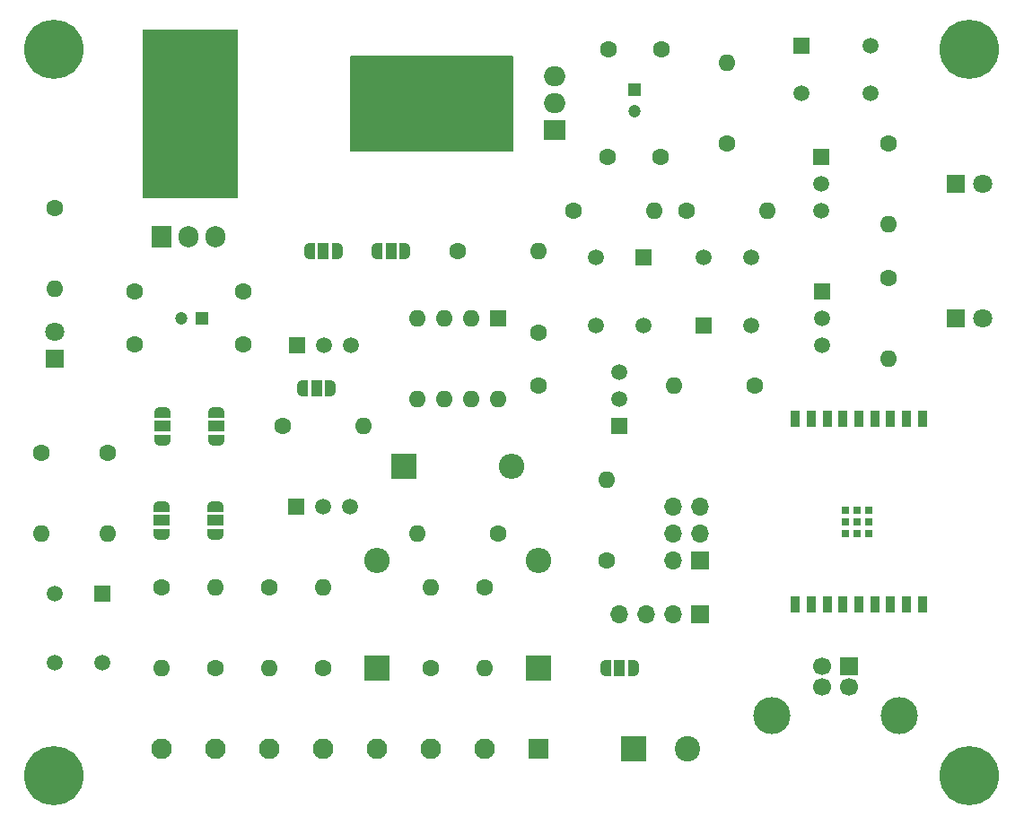
<source format=gts>
G04 #@! TF.GenerationSoftware,KiCad,Pcbnew,7.0.1*
G04 #@! TF.CreationDate,2023-06-18T22:29:12+02:00*
G04 #@! TF.ProjectId,morsinator-3000,6d6f7273-696e-4617-946f-722d33303030,rev?*
G04 #@! TF.SameCoordinates,Original*
G04 #@! TF.FileFunction,Soldermask,Top*
G04 #@! TF.FilePolarity,Negative*
%FSLAX46Y46*%
G04 Gerber Fmt 4.6, Leading zero omitted, Abs format (unit mm)*
G04 Created by KiCad (PCBNEW 7.0.1) date 2023-06-18 22:29:12*
%MOMM*%
%LPD*%
G01*
G04 APERTURE LIST*
G04 Aperture macros list*
%AMFreePoly0*
4,1,19,0.550000,-0.750000,0.000000,-0.750000,0.000000,-0.744911,-0.071157,-0.744911,-0.207708,-0.704816,-0.327430,-0.627875,-0.420627,-0.520320,-0.479746,-0.390866,-0.500000,-0.250000,-0.500000,0.250000,-0.479746,0.390866,-0.420627,0.520320,-0.327430,0.627875,-0.207708,0.704816,-0.071157,0.744911,0.000000,0.744911,0.000000,0.750000,0.550000,0.750000,0.550000,-0.750000,0.550000,-0.750000,
$1*%
%AMFreePoly1*
4,1,19,0.000000,0.744911,0.071157,0.744911,0.207708,0.704816,0.327430,0.627875,0.420627,0.520320,0.479746,0.390866,0.500000,0.250000,0.500000,-0.250000,0.479746,-0.390866,0.420627,-0.520320,0.327430,-0.627875,0.207708,-0.704816,0.071157,-0.744911,0.000000,-0.744911,0.000000,-0.750000,-0.550000,-0.750000,-0.550000,0.750000,0.000000,0.750000,0.000000,0.744911,0.000000,0.744911,
$1*%
G04 Aperture macros list end*
%ADD10C,0.100000*%
%ADD11C,0.152400*%
%ADD12R,1.500000X1.500000*%
%ADD13C,1.500000*%
%ADD14C,5.000000*%
%ADD15R,1.905000X2.000000*%
%ADD16O,1.905000X2.000000*%
%ADD17O,2.000000X1.905000*%
%ADD18R,2.000000X1.905000*%
%ADD19R,2.400000X2.400000*%
%ADD20C,2.400000*%
%ADD21FreePoly0,270.000000*%
%ADD22R,1.500000X1.000000*%
%ADD23FreePoly1,270.000000*%
%ADD24O,2.400000X2.400000*%
%ADD25C,3.600000*%
%ADD26C,5.600000*%
%ADD27C,1.600000*%
%ADD28O,1.600000X1.600000*%
%ADD29R,1.800000X1.800000*%
%ADD30C,1.800000*%
%ADD31FreePoly0,180.000000*%
%ADD32R,1.000000X1.500000*%
%ADD33FreePoly1,180.000000*%
%ADD34R,0.900000X1.500000*%
%ADD35R,0.700000X0.700000*%
%ADD36R,1.700000X1.700000*%
%ADD37C,1.700000*%
%ADD38C,3.500000*%
%ADD39R,1.200000X1.200000*%
%ADD40C,1.200000*%
%ADD41R,1.950000X1.950000*%
%ADD42C,1.950000*%
%ADD43FreePoly0,0.000000*%
%ADD44FreePoly1,0.000000*%
%ADD45O,1.700000X1.700000*%
%ADD46R,1.600000X1.600000*%
G04 APERTURE END LIST*
D10*
X107315000Y-20955000D02*
X116205000Y-20955000D01*
X116205000Y-36830000D01*
X107315000Y-36830000D01*
X107315000Y-20955000D01*
G36*
X107315000Y-20955000D02*
G01*
X116205000Y-20955000D01*
X116205000Y-36830000D01*
X107315000Y-36830000D01*
X107315000Y-20955000D01*
G37*
D11*
X127000000Y-23495000D02*
X142240000Y-23495000D01*
X142240000Y-32385000D01*
X127000000Y-32385000D01*
X127000000Y-23495000D01*
G36*
X127000000Y-23495000D02*
G01*
X142240000Y-23495000D01*
X142240000Y-32385000D01*
X127000000Y-32385000D01*
X127000000Y-23495000D01*
G37*
D12*
G04 #@! TO.C,Q5*
X171450000Y-45720000D03*
D13*
X171450000Y-48260000D03*
X171450000Y-50800000D03*
G04 #@! TD*
D14*
G04 #@! TO.C,U1*
X111680000Y-23880000D03*
D15*
X109140000Y-40540000D03*
D16*
X111680000Y-40540000D03*
X114220000Y-40540000D03*
G04 #@! TD*
D17*
G04 #@! TO.C,U4*
X146177000Y-25400000D03*
X146177000Y-27940000D03*
D18*
X146177000Y-30480000D03*
D14*
X129517000Y-27940000D03*
G04 #@! TD*
D12*
G04 #@! TO.C,Q1*
X121793000Y-66040000D03*
D13*
X124333000Y-66040000D03*
X126873000Y-66040000D03*
G04 #@! TD*
D19*
G04 #@! TO.C,J5*
X153670000Y-88900000D03*
D20*
X158750000Y-88900000D03*
G04 #@! TD*
D21*
G04 #@! TO.C,JP4*
X109220000Y-57120000D03*
D22*
X109220000Y-58420000D03*
D23*
X109220000Y-59720000D03*
G04 #@! TD*
D19*
G04 #@! TO.C,D5*
X129460000Y-81260000D03*
D24*
X129460000Y-71100000D03*
G04 #@! TD*
D25*
G04 #@! TO.C,H1*
X99000000Y-91420000D03*
D26*
X99000000Y-91420000D03*
G04 #@! TD*
D27*
G04 #@! TO.C,R16*
X109140000Y-73640000D03*
D28*
X109140000Y-81260000D03*
G04 #@! TD*
D29*
G04 #@! TO.C,D1*
X99060000Y-52070000D03*
D30*
X99060000Y-49530000D03*
G04 #@! TD*
D31*
G04 #@! TO.C,JP3*
X153620000Y-81260000D03*
D32*
X152320000Y-81260000D03*
D33*
X151020000Y-81260000D03*
G04 #@! TD*
D27*
G04 #@! TO.C,R7*
X151130000Y-71120000D03*
D28*
X151130000Y-63500000D03*
G04 #@! TD*
D27*
G04 #@! TO.C,C6*
X151300000Y-22840000D03*
X156300000Y-22840000D03*
G04 #@! TD*
D31*
G04 #@! TO.C,JP8*
X125028000Y-54864000D03*
D32*
X123728000Y-54864000D03*
D33*
X122428000Y-54864000D03*
G04 #@! TD*
D27*
G04 #@! TO.C,R8*
X177720000Y-31730000D03*
D28*
X177720000Y-39350000D03*
G04 #@! TD*
D27*
G04 #@! TO.C,R9*
X124380000Y-81260000D03*
D28*
X124380000Y-73640000D03*
G04 #@! TD*
D34*
G04 #@! TO.C,U2*
X180910000Y-57750000D03*
X179410000Y-57750000D03*
X177910000Y-57750000D03*
X176410000Y-57750000D03*
X174910000Y-57750000D03*
X173410000Y-57750000D03*
X171910000Y-57750000D03*
X170410000Y-57750000D03*
X168910000Y-57750000D03*
X168910000Y-75250000D03*
X170410000Y-75250000D03*
X171910000Y-75250000D03*
X173410000Y-75250000D03*
X174910000Y-75250000D03*
X176410000Y-75250000D03*
X177910000Y-75250000D03*
X179410000Y-75250000D03*
X180910000Y-75250000D03*
D35*
X174710000Y-67460000D03*
X174710000Y-68560000D03*
X175810000Y-68560000D03*
X175810000Y-67460000D03*
X175810000Y-66360000D03*
X174710000Y-66360000D03*
X173610000Y-66360000D03*
X173610000Y-67460000D03*
X173610000Y-68560000D03*
G04 #@! TD*
D27*
G04 #@! TO.C,R5*
X147955000Y-38080000D03*
D28*
X155575000Y-38080000D03*
G04 #@! TD*
D12*
G04 #@! TO.C,Q4*
X171390000Y-33000000D03*
D13*
X171390000Y-35540000D03*
X171390000Y-38080000D03*
G04 #@! TD*
D36*
G04 #@! TO.C,J4*
X173970000Y-81052500D03*
D37*
X171470000Y-81052500D03*
X171470000Y-83052500D03*
X173970000Y-83052500D03*
D38*
X178740000Y-85762500D03*
X166700000Y-85762500D03*
G04 #@! TD*
D27*
G04 #@! TO.C,C2*
X116840000Y-45720000D03*
X116840000Y-50720000D03*
G04 #@! TD*
G04 #@! TO.C,R14*
X134540000Y-81260000D03*
D28*
X134540000Y-73640000D03*
G04 #@! TD*
D27*
G04 #@! TO.C,R11*
X97790000Y-60960000D03*
D28*
X97790000Y-68580000D03*
G04 #@! TD*
D39*
G04 #@! TO.C,C3*
X112950000Y-48240000D03*
D40*
X110950000Y-48240000D03*
G04 #@! TD*
D27*
G04 #@! TO.C,R12*
X139620000Y-73640000D03*
D28*
X139620000Y-81260000D03*
G04 #@! TD*
D27*
G04 #@! TO.C,C1*
X106600000Y-45700000D03*
X106600000Y-50700000D03*
G04 #@! TD*
G04 #@! TO.C,R3*
X162500000Y-31730000D03*
D28*
X162500000Y-24110000D03*
G04 #@! TD*
D19*
G04 #@! TO.C,D4*
X132000000Y-62230000D03*
D24*
X142160000Y-62230000D03*
G04 #@! TD*
D27*
G04 #@! TO.C,R13*
X140890000Y-68580000D03*
D28*
X133270000Y-68580000D03*
G04 #@! TD*
D39*
G04 #@! TO.C,C5*
X153760000Y-26650000D03*
D40*
X153760000Y-28650000D03*
G04 #@! TD*
D27*
G04 #@! TO.C,C4*
X151170000Y-33020000D03*
X156170000Y-33020000D03*
G04 #@! TD*
D25*
G04 #@! TO.C,H3*
X185360000Y-22840000D03*
D26*
X185360000Y-22840000D03*
G04 #@! TD*
D12*
G04 #@! TO.C,S2*
X169470000Y-22515000D03*
D13*
X175970000Y-22515000D03*
X169470000Y-27015000D03*
X175970000Y-27015000D03*
G04 #@! TD*
D19*
G04 #@! TO.C,D3*
X144700000Y-81260000D03*
D24*
X144700000Y-71100000D03*
G04 #@! TD*
D12*
G04 #@! TO.C,S1*
X160250000Y-48950000D03*
D13*
X160250000Y-42450000D03*
X164750000Y-48950000D03*
X164750000Y-42450000D03*
G04 #@! TD*
D27*
G04 #@! TO.C,R2*
X99060000Y-37846000D03*
D28*
X99060000Y-45466000D03*
G04 #@! TD*
D25*
G04 #@! TO.C,H4*
X98980000Y-22840000D03*
D26*
X98980000Y-22840000D03*
G04 #@! TD*
D25*
G04 #@! TO.C,H2*
X185360000Y-91420000D03*
D26*
X185360000Y-91420000D03*
G04 #@! TD*
D27*
G04 #@! TO.C,R18*
X165100000Y-54610000D03*
D28*
X157480000Y-54610000D03*
G04 #@! TD*
D41*
G04 #@! TO.C,J3*
X144700000Y-88880000D03*
D42*
X139620000Y-88880000D03*
X134540000Y-88880000D03*
X129460000Y-88880000D03*
X124380000Y-88880000D03*
X119300000Y-88880000D03*
X114220000Y-88880000D03*
X109140000Y-88880000D03*
G04 #@! TD*
D21*
G04 #@! TO.C,JP6*
X109140000Y-66010000D03*
D22*
X109140000Y-67310000D03*
D23*
X109140000Y-68610000D03*
G04 #@! TD*
D27*
G04 #@! TO.C,R4*
X119300000Y-73640000D03*
D28*
X119300000Y-81260000D03*
G04 #@! TD*
D27*
G04 #@! TO.C,R6*
X120570000Y-58400000D03*
D28*
X128190000Y-58400000D03*
G04 #@! TD*
D27*
G04 #@! TO.C,R15*
X114220000Y-81260000D03*
D28*
X114220000Y-73640000D03*
G04 #@! TD*
D21*
G04 #@! TO.C,JP1*
X114300000Y-57120000D03*
D22*
X114300000Y-58420000D03*
D23*
X114300000Y-59720000D03*
G04 #@! TD*
D12*
G04 #@! TO.C,Q2*
X152320000Y-58400000D03*
D13*
X152320000Y-55860000D03*
X152320000Y-53320000D03*
G04 #@! TD*
D43*
G04 #@! TO.C,JP2*
X123080000Y-41910000D03*
D32*
X124380000Y-41910000D03*
D44*
X125680000Y-41910000D03*
G04 #@! TD*
D29*
G04 #@! TO.C,D6*
X184090000Y-48240000D03*
D30*
X186630000Y-48240000D03*
G04 #@! TD*
D43*
G04 #@! TO.C,JP7*
X129480000Y-41910000D03*
D32*
X130780000Y-41910000D03*
D44*
X132080000Y-41910000D03*
G04 #@! TD*
D36*
G04 #@! TO.C,J2*
X159940000Y-76180000D03*
D45*
X157400000Y-76180000D03*
X154860000Y-76180000D03*
X152320000Y-76180000D03*
G04 #@! TD*
D36*
G04 #@! TO.C,J1*
X159960000Y-71100000D03*
D45*
X157420000Y-71100000D03*
X159960000Y-68560000D03*
X157420000Y-68560000D03*
X159960000Y-66020000D03*
X157420000Y-66020000D03*
G04 #@! TD*
D27*
G04 #@! TO.C,R10*
X104060000Y-60960000D03*
D28*
X104060000Y-68580000D03*
G04 #@! TD*
D21*
G04 #@! TO.C,JP5*
X114220000Y-66010000D03*
D22*
X114220000Y-67310000D03*
D23*
X114220000Y-68610000D03*
G04 #@! TD*
D12*
G04 #@! TO.C,Q3*
X121920000Y-50780000D03*
D13*
X124460000Y-50780000D03*
X127000000Y-50780000D03*
G04 #@! TD*
D27*
G04 #@! TO.C,R1*
X158690000Y-38080000D03*
D28*
X166310000Y-38080000D03*
G04 #@! TD*
D46*
G04 #@! TO.C,U3*
X140880000Y-48270000D03*
D28*
X138340000Y-48270000D03*
X135800000Y-48270000D03*
X133260000Y-48270000D03*
X133260000Y-55890000D03*
X135800000Y-55890000D03*
X138340000Y-55890000D03*
X140880000Y-55890000D03*
G04 #@! TD*
D13*
G04 #@! TO.C,S3*
X150070000Y-48950000D03*
X150070000Y-42450000D03*
X154570000Y-48950000D03*
D12*
X154570000Y-42450000D03*
G04 #@! TD*
G04 #@! TO.C,S4*
X103560000Y-74220000D03*
D13*
X103560000Y-80720000D03*
X99060000Y-74220000D03*
X99060000Y-80720000D03*
G04 #@! TD*
D29*
G04 #@! TO.C,D2*
X184090000Y-35540000D03*
D30*
X186630000Y-35540000D03*
G04 #@! TD*
D27*
G04 #@! TO.C,C7*
X144700000Y-54570000D03*
X144700000Y-49570000D03*
G04 #@! TD*
G04 #@! TO.C,R17*
X137100000Y-41910000D03*
D28*
X144720000Y-41910000D03*
G04 #@! TD*
D27*
G04 #@! TO.C,R19*
X177720000Y-44430000D03*
D28*
X177720000Y-52050000D03*
G04 #@! TD*
M02*

</source>
